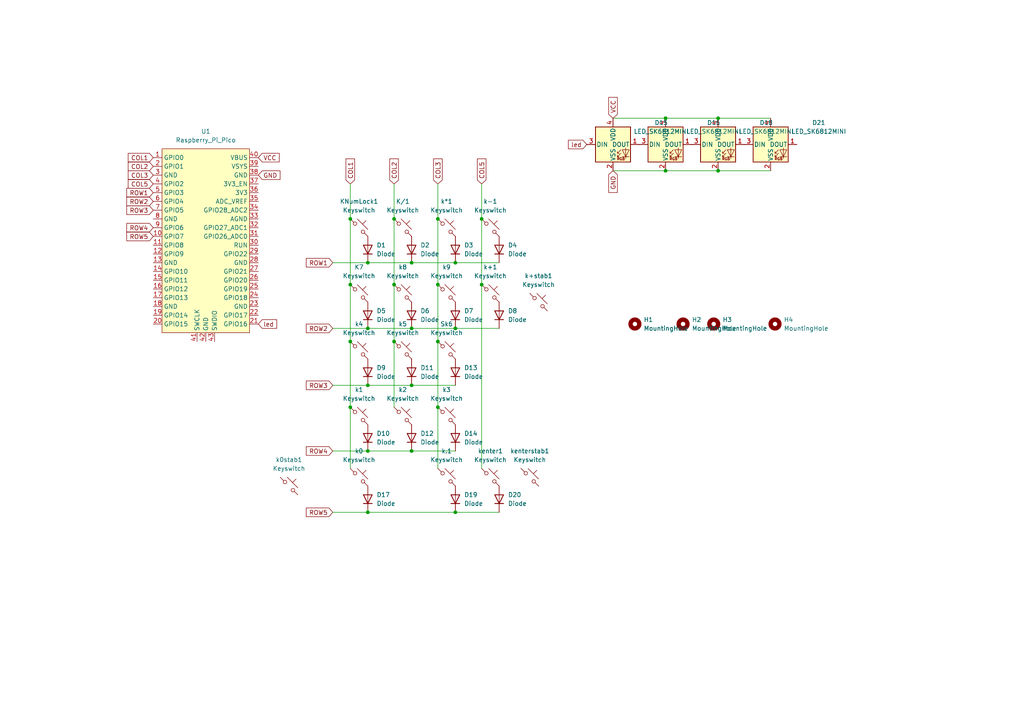
<source format=kicad_sch>
(kicad_sch (version 20231120) (generator "eeschema") (generator_version "8.0")
  (paper "A4")
  (lib_symbols
    (symbol "Mechanical:MountingHole" (pin_names (offset 1.016)) (exclude_from_sim yes) (in_bom no)
      (property "Reference" "H" (at 0 5.08 0))
      (property "Value" "MountingHole" (at 0 3.175 0))
      (symbol "MountingHole_0_1"
        (circle (center 0 0) (radius 1.27) (stroke (width 1.27)))
      )
    )
    (symbol "ScottoKeebs:LED_SK6812MINI" (pin_names (offset 0.254))
      (property "Reference" "D" (at 5.08 5.715 0))
      (property "Value" "LED_SK6812MINI" (at 1.27 -5.715 0))
      (symbol "LED_SK6812MINI_0_0"
        (text "RGB" (at 2.286 -4.191 0) (effects (font (size 0.762 0.762))))
      )
      (symbol "LED_SK6812MINI_0_1"
        (polyline (pts (xy 1.27 -3.556) (xy 1.778 -3.556)))
        (polyline (pts (xy 1.27 -2.54) (xy 1.778 -2.54)))
        (polyline (pts (xy 4.699 -3.556) (xy 2.667 -3.556)))
        (polyline (pts (xy 2.286 -2.54) (xy 1.27 -3.556) (xy 1.27 -3.048)))
        (polyline (pts (xy 2.286 -1.524) (xy 1.27 -2.54) (xy 1.27 -2.032)))
        (polyline (pts (xy 3.683 -1.016) (xy 3.683 -3.556) (xy 3.683 -4.064)))
        (polyline (pts (xy 4.699 -1.524) (xy 2.667 -1.524) (xy 3.683 -3.556) (xy 4.699 -1.524)))
        (rectangle (start 5.08 5.08) (end -5.08 -5.08) (stroke (width 0.254)) (fill (type background)))
      )
      (symbol "LED_SK6812MINI_1_1"
        (pin output line (at 7.62 0 180) (length 2.54) (name "DOUT") (number "1"))
        (pin power_in line (at 0 -7.62 90) (length 2.54) (name "VSS") (number "2"))
        (pin input line (at -7.62 0 0) (length 2.54) (name "DIN") (number "3"))
        (pin power_in line (at 0 7.62 270) (length 2.54) (name "VDD") (number "4"))
      )
    )
    (symbol "ScottoKeebs:MCU_Raspberry_Pi_Pico"
      (property "Reference" "U" (at 0 0 0))
      (property "Value" "Raspberry_Pi_Pico" (at 0 27.94 0))
      (symbol "MCU_Raspberry_Pi_Pico_0_1"
        (rectangle (start -12.7 26.67) (end 12.7 -26.67) (fill (type background)))
      )
      (symbol "MCU_Raspberry_Pi_Pico_1_1"
        (pin bidirectional line (at -15.24 24.13 0) (length 2.54) (name "GPIO0") (number "1"))
        (pin bidirectional line (at -15.24 1.27 0) (length 2.54) (name "GPIO7") (number "10"))
        (pin bidirectional line (at -15.24 -1.27 0) (length 2.54) (name "GPIO8") (number "11"))
        (pin bidirectional line (at -15.24 -3.81 0) (length 2.54) (name "GPIO9") (number "12"))
        (pin power_in line (at -15.24 -6.35 0) (length 2.54) (name "GND") (number "13"))
        (pin bidirectional line (at -15.24 -8.89 0) (length 2.54) (name "GPIO10") (number "14"))
        (pin bidirectional line (at -15.24 -11.43 0) (length 2.54) (name "GPIO11") (number "15"))
        (pin bidirectional line (at -15.24 -13.97 0) (length 2.54) (name "GPIO12") (number "16"))
        (pin bidirectional line (at -15.24 -16.51 0) (length 2.54) (name "GPIO13") (number "17"))
        (pin power_in line (at -15.24 -19.05 0) (length 2.54) (name "GND") (number "18"))
        (pin bidirectional line (at -15.24 -21.59 0) (length 2.54) (name "GPIO14") (number "19"))
        (pin bidirectional line (at -15.24 21.59 0) (length 2.54) (name "GPIO1") (number "2"))
        (pin bidirectional line (at -15.24 -24.13 0) (length 2.54) (name "GPIO15") (number "20"))
        (pin bidirectional line (at 15.24 -24.13 180) (length 2.54) (name "GPIO16") (number "21"))
        (pin bidirectional line (at 15.24 -21.59 180) (length 2.54) (name "GPIO17") (number "22"))
        (pin power_in line (at 15.24 -19.05 180) (length 2.54) (name "GND") (number "23"))
        (pin bidirectional line (at 15.24 -16.51 180) (length 2.54) (name "GPIO18") (number "24"))
        (pin bidirectional line (at 15.24 -13.97 180) (length 2.54) (name "GPIO19") (number "25"))
        (pin bidirectional line (at 15.24 -11.43 180) (length 2.54) (name "GPIO20") (number "26"))
        (pin bidirectional line (at 15.24 -8.89 180) (length 2.54) (name "GPIO21") (number "27"))
        (pin power_in line (at 15.24 -6.35 180) (length 2.54) (name "GND") (number "28"))
        (pin bidirectional line (at 15.24 -3.81 180) (length 2.54) (name "GPIO22") (number "29"))
        (pin power_in line (at -15.24 19.05 0) (length 2.54) (name "GND") (number "3"))
        (pin input line (at 15.24 -1.27 180) (length 2.54) (name "RUN") (number "30"))
        (pin bidirectional line (at 15.24 1.27 180) (length 2.54) (name "GPIO26_ADC0") (number "31"))
        (pin bidirectional line (at 15.24 3.81 180) (length 2.54) (name "GPIO27_ADC1") (number "32"))
        (pin power_in line (at 15.24 6.35 180) (length 2.54) (name "AGND") (number "33"))
        (pin bidirectional line (at 15.24 8.89 180) (length 2.54) (name "GPIO28_ADC2") (number "34"))
        (pin power_in line (at 15.24 11.43 180) (length 2.54) (name "ADC_VREF") (number "35"))
        (pin power_in line (at 15.24 13.97 180) (length 2.54) (name "3V3") (number "36"))
        (pin input line (at 15.24 16.51 180) (length 2.54) (name "3V3_EN") (number "37"))
        (pin bidirectional line (at 15.24 19.05 180) (length 2.54) (name "GND") (number "38"))
        (pin power_in line (at 15.24 21.59 180) (length 2.54) (name "VSYS") (number "39"))
        (pin bidirectional line (at -15.24 16.51 0) (length 2.54) (name "GPIO2") (number "4"))
        (pin power_in line (at 15.24 24.13 180) (length 2.54) (name "VBUS") (number "40"))
        (pin input line (at -2.54 -29.21 90) (length 2.54) (name "SWCLK") (number "41"))
        (pin power_in line (at 0 -29.21 90) (length 2.54) (name "GND") (number "42"))
        (pin bidirectional line (at 2.54 -29.21 90) (length 2.54) (name "SWDIO") (number "43"))
        (pin bidirectional line (at -15.24 13.97 0) (length 2.54) (name "GPIO3") (number "5"))
        (pin bidirectional line (at -15.24 11.43 0) (length 2.54) (name "GPIO4") (number "6"))
        (pin bidirectional line (at -15.24 8.89 0) (length 2.54) (name "GPIO5") (number "7"))
        (pin power_in line (at -15.24 6.35 0) (length 2.54) (name "GND") (number "8"))
        (pin bidirectional line (at -15.24 3.81 0) (length 2.54) (name "GPIO6") (number "9"))
      )
    )
    (symbol "ScottoKeebs:Placeholder_Diode" (pin_numbers hide) (pin_names hide)
      (property "Reference" "D" (at 0 2.54 0))
      (property "Value" "Diode" (at 0 -2.54 0))
      (symbol "Placeholder_Diode_0_1"
        (polyline (pts (xy -1.27 1.27) (xy -1.27 -1.27)) (stroke (width 0.254)))
        (polyline (pts (xy 1.27 0) (xy -1.27 0)))
        (polyline (pts (xy 1.27 1.27) (xy 1.27 -1.27) (xy -1.27 0) (xy 1.27 1.27)) (stroke (width 0.254)))
      )
      (symbol "Placeholder_Diode_1_1"
        (pin passive line (at -3.81 0 0) (length 2.54) (name "K") (number "1"))
        (pin passive line (at 3.81 0 180) (length 2.54) (name "A") (number "2"))
      )
    )
    (symbol "ScottoKeebs:Placeholder_Keyswitch" (pin_numbers hide) (pin_names (offset 1.016) hide)
      (property "Reference" "S" (at 3.048 1.016 0))
      (property "Value" "Keyswitch" (at 0 -3.81 0))
      (symbol "Placeholder_Keyswitch_0_1"
        (circle (center -1.1684 1.1684) (radius 0.508))
        (polyline (pts (xy -0.508 2.54) (xy 2.54 -0.508)))
        (polyline (pts (xy 1.016 1.016) (xy 2.032 2.032)))
        (polyline (pts (xy -2.54 2.54) (xy -1.524 1.524) (xy -1.524 1.524)))
        (polyline (pts (xy 1.524 -1.524) (xy 2.54 -2.54) (xy 2.54 -2.54) (xy 2.54 -2.54)))
        (circle (center 1.143 -1.1938) (radius 0.508))
        (pin passive line (at -2.54 2.54 0) (length 0) (name "1") (number "1"))
        (pin passive line (at 2.54 -2.54 180) (length 0) (name "2") (number "2"))
      )
    )
  )
  (junction (at 119.38 95.25))
  (junction (at 106.68 111.76))
  (junction (at 106.68 76.2))
  (junction (at 132.08 148.59))
  (junction (at 119.38 76.2))
  (junction (at 114.3 99.06))
  (junction (at 101.6 63.5))
  (junction (at 106.68 95.25))
  (junction (at 114.3 82.55))
  (junction (at 127 118.11))
  (junction (at 127 82.55))
  (junction (at 132.08 95.25))
  (junction (at 139.7 63.5))
  (junction (at 127 99.06))
  (junction (at 193.04 49.53))
  (junction (at 114.3 63.5))
  (junction (at 208.28 34.29))
  (junction (at 106.68 148.59))
  (junction (at 119.38 111.76))
  (junction (at 101.6 118.11))
  (junction (at 208.28 49.53))
  (junction (at 106.68 130.81))
  (junction (at 139.7 82.55))
  (junction (at 127 63.5))
  (junction (at 101.6 99.06))
  (junction (at 119.38 130.81))
  (junction (at 101.6 82.55))
  (junction (at 132.08 76.2))
  (junction (at 193.04 34.29))
  (wire (pts (xy 193.04 34.29) (xy 208.28 34.29)))
  (wire (pts (xy 101.6 82.55) (xy 101.6 99.06)))
  (wire (pts (xy 139.7 53.34) (xy 139.7 63.5)))
  (wire (pts (xy 106.68 76.2) (xy 119.38 76.2)))
  (wire (pts (xy 96.52 95.25) (xy 106.68 95.25)))
  (wire (pts (xy 106.68 95.25) (xy 119.38 95.25)))
  (wire (pts (xy 106.68 111.76) (xy 119.38 111.76)))
  (wire (pts (xy 208.28 34.29) (xy 223.52 34.29)))
  (wire (pts (xy 127 53.34) (xy 127 63.5)))
  (wire (pts (xy 114.3 82.55) (xy 114.3 99.06)))
  (wire (pts (xy 96.52 111.76) (xy 106.68 111.76)))
  (wire (pts (xy 139.7 82.55) (xy 139.7 135.89)))
  (wire (pts (xy 101.6 118.11) (xy 101.6 135.89)))
  (wire (pts (xy 132.08 95.25) (xy 144.78 95.25)))
  (wire (pts (xy 114.3 53.34) (xy 114.3 63.5)))
  (wire (pts (xy 101.6 99.06) (xy 101.6 118.11)))
  (wire (pts (xy 96.52 148.59) (xy 106.68 148.59)))
  (wire (pts (xy 96.52 130.81) (xy 106.68 130.81)))
  (wire (pts (xy 119.38 130.81) (xy 132.08 130.81)))
  (wire (pts (xy 127 63.5) (xy 127 82.55)))
  (wire (pts (xy 127 118.11) (xy 127 135.89)))
  (wire (pts (xy 106.68 148.59) (xy 132.08 148.59)))
  (wire (pts (xy 119.38 95.25) (xy 132.08 95.25)))
  (wire (pts (xy 114.3 63.5) (xy 114.3 82.55)))
  (wire (pts (xy 208.28 49.53) (xy 223.52 49.53)))
  (wire (pts (xy 127 82.55) (xy 127 99.06)))
  (wire (pts (xy 114.3 99.06) (xy 114.3 118.11)))
  (wire (pts (xy 119.38 111.76) (xy 132.08 111.76)))
  (wire (pts (xy 101.6 53.34) (xy 101.6 63.5)))
  (wire (pts (xy 106.68 130.81) (xy 119.38 130.81)))
  (wire (pts (xy 177.8 34.29) (xy 193.04 34.29)))
  (wire (pts (xy 193.04 49.53) (xy 208.28 49.53)))
  (wire (pts (xy 132.08 148.59) (xy 144.78 148.59)))
  (wire (pts (xy 96.52 76.2) (xy 106.68 76.2)))
  (wire (pts (xy 101.6 63.5) (xy 101.6 82.55)))
  (wire (pts (xy 127 99.06) (xy 127 118.11)))
  (wire (pts (xy 132.08 76.2) (xy 144.78 76.2)))
  (wire (pts (xy 119.38 76.2) (xy 132.08 76.2)))
  (wire (pts (xy 139.7 63.5) (xy 139.7 82.55)))
  (wire (pts (xy 177.8 49.53) (xy 193.04 49.53)))
  (global_label "ROW3" (shape input) (at 44.45 60.96 180) (property "Intersheetrefs" "${INTERSHEET_REFS}" (effects (hide yes))))
  (global_label "COL3" (shape input) (at 127 53.34 90) (property "Intersheetrefs" "${INTERSHEET_REFS}" (effects (hide yes))))
  (global_label "COL2" (shape input) (at 114.3 53.34 90) (property "Intersheetrefs" "${INTERSHEET_REFS}" (effects (hide yes))))
  (global_label "ROW4" (shape input) (at 44.45 66.04 180) (property "Intersheetrefs" "${INTERSHEET_REFS}" (effects (hide yes))))
  (global_label "ROW5" (shape input) (at 44.45 68.58 180) (property "Intersheetrefs" "${INTERSHEET_REFS}" (effects (hide yes))))
  (global_label "VCC" (shape input) (at 177.8 34.29 90) (property "Intersheetrefs" "${INTERSHEET_REFS}" (effects (hide yes))))
  (global_label "VCC" (shape input) (at 74.93 45.72 0) (property "Intersheetrefs" "${INTERSHEET_REFS}" (effects (hide yes))))
  (global_label "ROW4" (shape input) (at 96.52 130.81 180) (property "Intersheetrefs" "${INTERSHEET_REFS}" (effects (hide yes))))
  (global_label "led" (shape input) (at 74.93 93.98 0) (property "Intersheetrefs" "${INTERSHEET_REFS}" (effects (hide yes))))
  (global_label "ROW2" (shape input) (at 96.52 95.25 180) (property "Intersheetrefs" "${INTERSHEET_REFS}" (effects (hide yes))))
  (global_label "led" (shape input) (at 170.18 41.91 180) (property "Intersheetrefs" "${INTERSHEET_REFS}" (effects (hide yes))))
  (global_label "COL1" (shape input) (at 101.6 53.34 90) (property "Intersheetrefs" "${INTERSHEET_REFS}" (effects (hide yes))))
  (global_label "ROW3" (shape input) (at 96.52 111.76 180) (property "Intersheetrefs" "${INTERSHEET_REFS}" (effects (hide yes))))
  (global_label "COL5" (shape input) (at 44.45 53.34 180) (property "Intersheetrefs" "${INTERSHEET_REFS}" (effects (hide yes))))
  (global_label "COL2" (shape input) (at 44.45 48.26 180) (property "Intersheetrefs" "${INTERSHEET_REFS}" (effects (hide yes))))
  (global_label "COL1" (shape input) (at 44.45 45.72 180) (property "Intersheetrefs" "${INTERSHEET_REFS}" (effects (hide yes))))
  (global_label "ROW1" (shape input) (at 44.45 55.88 180) (property "Intersheetrefs" "${INTERSHEET_REFS}" (effects (hide yes))))
  (global_label "COL5" (shape input) (at 139.7 53.34 90) (property "Intersheetrefs" "${INTERSHEET_REFS}" (effects (hide yes))))
  (global_label "ROW5" (shape input) (at 96.52 148.59 180) (property "Intersheetrefs" "${INTERSHEET_REFS}" (effects (hide yes))))
  (global_label "ROW2" (shape input) (at 44.45 58.42 180) (property "Intersheetrefs" "${INTERSHEET_REFS}" (effects (hide yes))))
  (global_label "COL3" (shape input) (at 44.45 50.8 180) (property "Intersheetrefs" "${INTERSHEET_REFS}" (effects (hide yes))))
  (global_label "ROW1" (shape input) (at 96.52 76.2 180) (property "Intersheetrefs" "${INTERSHEET_REFS}" (effects (hide yes))))
  (global_label "GND" (shape input) (at 74.93 50.8 0) (property "Intersheetrefs" "${INTERSHEET_REFS}" (effects (hide yes))))
  (global_label "GND" (shape input) (at 177.8 49.53 270) (property "Intersheetrefs" "${INTERSHEET_REFS}" (effects (hide yes))))
  (symbol (lib_id "ScottoKeebs:Placeholder_Diode") (at 144.78 72.39 90) (unit 1)
    (property "Reference" "D4" (at 147.32 71.1199 90) (effects (justify right)))
    (property "Value" "Diode" (at 147.32 73.6599 90) (effects (justify right)))
    (property "Footprint" "ScottoKeebs_Components:Diode_DO-35" (effects (hide yes)))
    (property "Description" "1N4148 (DO-35) or 1N4148W (SOD-123)" (effects (hide yes)))
    (property "Sim.Device" "D" (effects (hide yes)))
    (property "Sim.Pins" "1=K 2=A" (effects (hide yes)))
  )
  (symbol (lib_id "ScottoKeebs:Placeholder_Diode") (at 132.08 91.44 90) (unit 1)
    (property "Reference" "D7" (at 134.62 90.1699 90) (effects (justify right)))
    (property "Value" "Diode" (at 134.62 92.7099 90) (effects (justify right)))
    (property "Footprint" "ScottoKeebs_Components:Diode_DO-35" (effects (hide yes)))
    (property "Description" "1N4148 (DO-35) or 1N4148W (SOD-123)" (effects (hide yes)))
    (property "Sim.Device" "D" (effects (hide yes)))
    (property "Sim.Pins" "1=K 2=A" (effects (hide yes)))
  )
  (symbol (lib_id "Mechanical:MountingHole") (at 224.79 93.98 0) (unit 1) (exclude_from_sim yes) (in_bom no)
    (property "Reference" "H4" (at 227.33 92.7099 0) (effects (justify left)))
    (property "Value" "MountingHole" (at 227.33 95.2499 0) (effects (justify left)))
    (property "Footprint" "MountingHole:MountingHole_2.2mm_M2" (effects (hide yes)))
    (property "Description" "Mounting Hole without connection" (effects (hide yes)))
  )
  (symbol (lib_id "ScottoKeebs:Placeholder_Keyswitch") (at 116.84 101.6 0) (unit 1)
    (property "Reference" "k5" (at 116.84 93.98 0))
    (property "Value" "Keyswitch" (at 116.84 96.52 0))
    (property "Footprint" "ScottoKeebs_MX:MX_PCB_1.00u" (effects (hide yes)))
    (property "Description" "Push button switch, normally open, two pins, 45° tilted" (effects (hide yes)))
  )
  (symbol (lib_id "ScottoKeebs:LED_SK6812MINI") (at 193.04 41.91 0) (unit 1)
    (property "Reference" "D16" (at 207.01 35.5914 0))
    (property "Value" "LED_SK6812MINI" (at 207.01 38.1314 0))
    (property "Footprint" "ScottoKeebs_Components:LED_SK6812MINI" (effects (hide yes)))
    (property "Datasheet" "https://cdn-shop.adafruit.com/product-files/2686/SK6812MINI_REV.01-1-2.pdf" (effects (hide yes)))
    (property "Description" "RGB LED with integrated controller" (effects (hide yes)))
  )
  (symbol (lib_id "ScottoKeebs:Placeholder_Keyswitch") (at 104.14 138.43 0) (unit 1)
    (property "Reference" "k0" (at 104.14 130.81 0))
    (property "Value" "Keyswitch" (at 104.14 133.35 0))
    (property "Footprint" "ScottoKeebs_MX:MX_PCB_2.00u" (effects (hide yes)))
    (property "Description" "Push button switch, normally open, two pins, 45° tilted" (effects (hide yes)))
  )
  (symbol (lib_id "ScottoKeebs:Placeholder_Keyswitch") (at 142.24 66.04 0) (unit 1)
    (property "Reference" "k-1" (at 142.24 58.42 0))
    (property "Value" "Keyswitch" (at 142.24 60.96 0))
    (property "Footprint" "ScottoKeebs_MX:MX_PCB_1.00u" (effects (hide yes)))
    (property "Description" "Push button switch, normally open, two pins, 45° tilted" (effects (hide yes)))
  )
  (symbol (lib_id "ScottoKeebs:Placeholder_Keyswitch") (at 129.54 66.04 0) (unit 1)
    (property "Reference" "k*1" (at 129.54 58.42 0))
    (property "Value" "Keyswitch" (at 129.54 60.96 0))
    (property "Footprint" "ScottoKeebs_MX:MX_PCB_1.00u" (effects (hide yes)))
    (property "Description" "Push button switch, normally open, two pins, 45° tilted" (effects (hide yes)))
  )
  (symbol (lib_id "ScottoKeebs:LED_SK6812MINI") (at 223.52 41.91 0) (unit 1)
    (property "Reference" "D21" (at 237.49 35.5914 0))
    (property "Value" "LED_SK6812MINI" (at 237.49 38.1314 0))
    (property "Footprint" "ScottoKeebs_Components:LED_SK6812MINI" (effects (hide yes)))
    (property "Datasheet" "https://cdn-shop.adafruit.com/product-files/2686/SK6812MINI_REV.01-1-2.pdf" (effects (hide yes)))
    (property "Description" "RGB LED with integrated controller" (effects (hide yes)))
  )
  (symbol (lib_id "ScottoKeebs:Placeholder_Diode") (at 106.68 91.44 90) (unit 1)
    (property "Reference" "D5" (at 109.22 90.1699 90) (effects (justify right)))
    (property "Value" "Diode" (at 109.22 92.7099 90) (effects (justify right)))
    (property "Footprint" "ScottoKeebs_Components:Diode_DO-35" (effects (hide yes)))
    (property "Description" "1N4148 (DO-35) or 1N4148W (SOD-123)" (effects (hide yes)))
    (property "Sim.Device" "D" (effects (hide yes)))
    (property "Sim.Pins" "1=K 2=A" (effects (hide yes)))
  )
  (symbol (lib_id "ScottoKeebs:Placeholder_Diode") (at 119.38 72.39 90) (unit 1)
    (property "Reference" "D2" (at 121.92 71.1199 90) (effects (justify right)))
    (property "Value" "Diode" (at 121.92 73.6599 90) (effects (justify right)))
    (property "Footprint" "ScottoKeebs_Components:Diode_DO-35" (effects (hide yes)))
    (property "Description" "1N4148 (DO-35) or 1N4148W (SOD-123)" (effects (hide yes)))
    (property "Sim.Device" "D" (effects (hide yes)))
    (property "Sim.Pins" "1=K 2=A" (effects (hide yes)))
  )
  (symbol (lib_id "ScottoKeebs:Placeholder_Diode") (at 132.08 127 90) (unit 1)
    (property "Reference" "D14" (at 134.62 125.7299 90) (effects (justify right)))
    (property "Value" "Diode" (at 134.62 128.2699 90) (effects (justify right)))
    (property "Footprint" "ScottoKeebs_Components:Diode_DO-35" (effects (hide yes)))
    (property "Description" "1N4148 (DO-35) or 1N4148W (SOD-123)" (effects (hide yes)))
    (property "Sim.Device" "D" (effects (hide yes)))
    (property "Sim.Pins" "1=K 2=A" (effects (hide yes)))
  )
  (symbol (lib_id "ScottoKeebs:Placeholder_Keyswitch") (at 129.54 138.43 0) (unit 1)
    (property "Reference" "k.1" (at 129.54 130.81 0))
    (property "Value" "Keyswitch" (at 129.54 133.35 0))
    (property "Footprint" "ScottoKeebs_MX:MX_PCB_1.00u" (effects (hide yes)))
    (property "Description" "Push button switch, normally open, two pins, 45° tilted" (effects (hide yes)))
  )
  (symbol (lib_id "ScottoKeebs:Placeholder_Diode") (at 132.08 107.95 90) (unit 1)
    (property "Reference" "D13" (at 134.62 106.6799 90) (effects (justify right)))
    (property "Value" "Diode" (at 134.62 109.2199 90) (effects (justify right)))
    (property "Footprint" "ScottoKeebs_Components:Diode_DO-35" (effects (hide yes)))
    (property "Description" "1N4148 (DO-35) or 1N4148W (SOD-123)" (effects (hide yes)))
    (property "Sim.Device" "D" (effects (hide yes)))
    (property "Sim.Pins" "1=K 2=A" (effects (hide yes)))
  )
  (symbol (lib_id "ScottoKeebs:Placeholder_Diode") (at 132.08 72.39 90) (unit 1)
    (property "Reference" "D3" (at 134.62 71.1199 90) (effects (justify right)))
    (property "Value" "Diode" (at 134.62 73.6599 90) (effects (justify right)))
    (property "Footprint" "ScottoKeebs_Components:Diode_DO-35" (effects (hide yes)))
    (property "Description" "1N4148 (DO-35) or 1N4148W (SOD-123)" (effects (hide yes)))
    (property "Sim.Device" "D" (effects (hide yes)))
    (property "Sim.Pins" "1=K 2=A" (effects (hide yes)))
  )
  (symbol (lib_id "ScottoKeebs:Placeholder_Keyswitch") (at 116.84 66.04 0) (unit 1)
    (property "Reference" "K/1" (at 116.84 58.42 0))
    (property "Value" "Keyswitch" (at 116.84 60.96 0))
    (property "Footprint" "ScottoKeebs_MX:MX_PCB_1.00u" (effects (hide yes)))
    (property "Description" "Push button switch, normally open, two pins, 45° tilted" (effects (hide yes)))
  )
  (symbol (lib_id "ScottoKeebs:Placeholder_Diode") (at 106.68 144.78 90) (unit 1)
    (property "Reference" "D17" (at 109.22 143.5099 90) (effects (justify right)))
    (property "Value" "Diode" (at 109.22 146.0499 90) (effects (justify right)))
    (property "Footprint" "ScottoKeebs_Components:Diode_DO-35" (effects (hide yes)))
    (property "Description" "1N4148 (DO-35) or 1N4148W (SOD-123)" (effects (hide yes)))
    (property "Sim.Device" "D" (effects (hide yes)))
    (property "Sim.Pins" "1=K 2=A" (effects (hide yes)))
  )
  (symbol (lib_id "ScottoKeebs:Placeholder_Keyswitch") (at 142.24 138.43 0) (unit 1)
    (property "Reference" "kenter1" (at 142.24 130.81 0))
    (property "Value" "Keyswitch" (at 142.24 133.35 0))
    (property "Footprint" "ScottoKeebs_MX:MX_PCB_2.00u_90deg" (effects (hide yes)))
    (property "Description" "Push button switch, normally open, two pins, 45° tilted" (effects (hide yes)))
  )
  (symbol (lib_id "ScottoKeebs:Placeholder_Keyswitch") (at 156.21 87.63 0) (unit 1)
    (property "Reference" "k+stab1" (at 156.21 80.01 0))
    (property "Value" "Keyswitch" (at 156.21 82.55 0))
    (property "Footprint" "ScottoKeebs_Stabilizer:Stabilizer_MX_2.00u" (effects (hide yes)))
    (property "Description" "Push button switch, normally open, two pins, 45° tilted" (effects (hide yes)))
  )
  (symbol (lib_id "ScottoKeebs:Placeholder_Diode") (at 132.08 144.78 90) (unit 1)
    (property "Reference" "D19" (at 134.62 143.5099 90) (effects (justify right)))
    (property "Value" "Diode" (at 134.62 146.0499 90) (effects (justify right)))
    (property "Footprint" "ScottoKeebs_Components:Diode_DO-35" (effects (hide yes)))
    (property "Description" "1N4148 (DO-35) or 1N4148W (SOD-123)" (effects (hide yes)))
    (property "Sim.Device" "D" (effects (hide yes)))
    (property "Sim.Pins" "1=K 2=A" (effects (hide yes)))
  )
  (symbol (lib_id "ScottoKeebs:Placeholder_Keyswitch") (at 116.84 85.09 0) (unit 1)
    (property "Reference" "k8" (at 116.84 77.47 0))
    (property "Value" "Keyswitch" (at 116.84 80.01 0))
    (property "Footprint" "ScottoKeebs_MX:MX_PCB_1.00u" (effects (hide yes)))
    (property "Description" "Push button switch, normally open, two pins, 45° tilted" (effects (hide yes)))
  )
  (symbol (lib_id "ScottoKeebs:Placeholder_Keyswitch") (at 153.67 138.43 0) (unit 1)
    (property "Reference" "kenterstab1" (at 153.67 130.81 0))
    (property "Value" "Keyswitch" (at 153.67 133.35 0))
    (property "Footprint" "ScottoKeebs_Stabilizer:Stabilizer_MX_2.00u" (effects (hide yes)))
    (property "Description" "Push button switch, normally open, two pins, 45° tilted" (effects (hide yes)))
  )
  (symbol (lib_id "Mechanical:MountingHole") (at 207.01 93.98 0) (unit 1) (exclude_from_sim yes) (in_bom no)
    (property "Reference" "H3" (at 209.55 92.7099 0) (effects (justify left)))
    (property "Value" "MountingHole" (at 209.55 95.2499 0) (effects (justify left)))
    (property "Footprint" "MountingHole:MountingHole_2.2mm_M2" (effects (hide yes)))
    (property "Description" "Mounting Hole without connection" (effects (hide yes)))
  )
  (symbol (lib_id "ScottoKeebs:Placeholder_Keyswitch") (at 129.54 101.6 0) (unit 1)
    (property "Reference" "Sk6" (at 129.54 93.98 0))
    (property "Value" "Keyswitch" (at 129.54 96.52 0))
    (property "Footprint" "ScottoKeebs_MX:MX_PCB_1.00u" (effects (hide yes)))
    (property "Description" "Push button switch, normally open, two pins, 45° tilted" (effects (hide yes)))
  )
  (symbol (lib_id "ScottoKeebs:Placeholder_Keyswitch") (at 104.14 101.6 0) (unit 1)
    (property "Reference" "k4" (at 104.14 93.98 0))
    (property "Value" "Keyswitch" (at 104.14 96.52 0))
    (property "Footprint" "ScottoKeebs_MX:MX_PCB_1.00u" (effects (hide yes)))
    (property "Description" "Push button switch, normally open, two pins, 45° tilted" (effects (hide yes)))
  )
  (symbol (lib_id "ScottoKeebs:Placeholder_Diode") (at 119.38 127 90) (unit 1)
    (property "Reference" "D12" (at 121.92 125.7299 90) (effects (justify right)))
    (property "Value" "Diode" (at 121.92 128.2699 90) (effects (justify right)))
    (property "Footprint" "ScottoKeebs_Components:Diode_DO-35" (effects (hide yes)))
    (property "Description" "1N4148 (DO-35) or 1N4148W (SOD-123)" (effects (hide yes)))
    (property "Sim.Device" "D" (effects (hide yes)))
    (property "Sim.Pins" "1=K 2=A" (effects (hide yes)))
  )
  (symbol (lib_id "ScottoKeebs:Placeholder_Keyswitch") (at 116.84 120.65 0) (unit 1)
    (property "Reference" "k2" (at 116.84 113.03 0))
    (property "Value" "Keyswitch" (at 116.84 115.57 0))
    (property "Footprint" "ScottoKeebs_MX:MX_PCB_1.00u" (effects (hide yes)))
    (property "Description" "Push button switch, normally open, two pins, 45° tilted" (effects (hide yes)))
  )
  (symbol (lib_id "ScottoKeebs:Placeholder_Keyswitch") (at 83.82 140.97 0) (unit 1)
    (property "Reference" "k0stab1" (at 83.82 133.35 0))
    (property "Value" "Keyswitch" (at 83.82 135.89 0))
    (property "Footprint" "ScottoKeebs_Stabilizer:Stabilizer_MX_2.00u" (effects (hide yes)))
    (property "Description" "Push button switch, normally open, two pins, 45° tilted" (effects (hide yes)))
  )
  (symbol (lib_id "ScottoKeebs:Placeholder_Keyswitch") (at 104.14 85.09 0) (unit 1)
    (property "Reference" "K7" (at 104.14 77.47 0))
    (property "Value" "Keyswitch" (at 104.14 80.01 0))
    (property "Footprint" "ScottoKeebs_MX:MX_PCB_1.00u" (effects (hide yes)))
    (property "Description" "Push button switch, normally open, two pins, 45° tilted" (effects (hide yes)))
  )
  (symbol (lib_id "ScottoKeebs:Placeholder_Diode") (at 106.68 107.95 90) (unit 1)
    (property "Reference" "D9" (at 109.22 106.6799 90) (effects (justify right)))
    (property "Value" "Diode" (at 109.22 109.2199 90) (effects (justify right)))
    (property "Footprint" "ScottoKeebs_Components:Diode_DO-35" (effects (hide yes)))
    (property "Description" "1N4148 (DO-35) or 1N4148W (SOD-123)" (effects (hide yes)))
    (property "Sim.Device" "D" (effects (hide yes)))
    (property "Sim.Pins" "1=K 2=A" (effects (hide yes)))
  )
  (symbol (lib_id "ScottoKeebs:Placeholder_Diode") (at 144.78 91.44 90) (unit 1)
    (property "Reference" "D8" (at 147.32 90.1699 90) (effects (justify right)))
    (property "Value" "Diode" (at 147.32 92.7099 90) (effects (justify right)))
    (property "Footprint" "ScottoKeebs_Components:Diode_DO-35" (effects (hide yes)))
    (property "Description" "1N4148 (DO-35) or 1N4148W (SOD-123)" (effects (hide yes)))
    (property "Sim.Device" "D" (effects (hide yes)))
    (property "Sim.Pins" "1=K 2=A" (effects (hide yes)))
  )
  (symbol (lib_id "ScottoKeebs:Placeholder_Diode") (at 106.68 127 90) (unit 1)
    (property "Reference" "D10" (at 109.22 125.7299 90) (effects (justify right)))
    (property "Value" "Diode" (at 109.22 128.2699 90) (effects (justify right)))
    (property "Footprint" "ScottoKeebs_Components:Diode_DO-35" (effects (hide yes)))
    (property "Description" "1N4148 (DO-35) or 1N4148W (SOD-123)" (effects (hide yes)))
    (property "Sim.Device" "D" (effects (hide yes)))
    (property "Sim.Pins" "1=K 2=A" (effects (hide yes)))
  )
  (symbol (lib_id "ScottoKeebs:LED_SK6812MINI") (at 208.28 41.91 0) (unit 1)
    (property "Reference" "D18" (at 222.25 35.5914 0))
    (property "Value" "LED_SK6812MINI" (at 222.25 38.1314 0))
    (property "Footprint" "ScottoKeebs_Components:LED_SK6812MINI" (effects (hide yes)))
    (property "Datasheet" "https://cdn-shop.adafruit.com/product-files/2686/SK6812MINI_REV.01-1-2.pdf" (effects (hide yes)))
    (property "Description" "RGB LED with integrated controller" (effects (hide yes)))
  )
  (symbol (lib_id "ScottoKeebs:Placeholder_Keyswitch") (at 142.24 85.09 0) (unit 1)
    (property "Reference" "k+1" (at 142.24 77.47 0))
    (property "Value" "Keyswitch" (at 142.24 80.01 0))
    (property "Footprint" "ScottoKeebs_MX:MX_PCB_2.00u_90deg" (effects (hide yes)))
    (property "Description" "Push button switch, normally open, two pins, 45° tilted" (effects (hide yes)))
  )
  (symbol (lib_id "ScottoKeebs:Placeholder_Keyswitch") (at 104.14 120.65 0) (unit 1)
    (property "Reference" "k1" (at 104.14 113.03 0))
    (property "Value" "Keyswitch" (at 104.14 115.57 0))
    (property "Footprint" "ScottoKeebs_MX:MX_PCB_1.00u" (effects (hide yes)))
    (property "Description" "Push button switch, normally open, two pins, 45° tilted" (effects (hide yes)))
  )
  (symbol (lib_id "Mechanical:MountingHole") (at 184.15 93.98 0) (unit 1) (exclude_from_sim yes) (in_bom no)
    (property "Reference" "H1" (at 186.69 92.7099 0) (effects (justify left)))
    (property "Value" "MountingHole" (at 186.69 95.2499 0) (effects (justify left)))
    (property "Footprint" "MountingHole:MountingHole_2.2mm_M2" (effects (hide yes)))
    (property "Description" "Mounting Hole without connection" (effects (hide yes)))
  )
  (symbol (lib_id "ScottoKeebs:LED_SK6812MINI") (at 177.8 41.91 0) (unit 1)
    (property "Reference" "D15" (at 191.77 35.5914 0))
    (property "Value" "LED_SK6812MINI" (at 191.77 38.1314 0))
    (property "Footprint" "ScottoKeebs_Components:LED_SK6812MINI" (effects (hide yes)))
    (property "Datasheet" "https://cdn-shop.adafruit.com/product-files/2686/SK6812MINI_REV.01-1-2.pdf" (effects (hide yes)))
    (property "Description" "RGB LED with integrated controller" (effects (hide yes)))
  )
  (symbol (lib_id "Mechanical:MountingHole") (at 198.12 93.98 0) (unit 1) (exclude_from_sim yes) (in_bom no)
    (property "Reference" "H2" (at 200.66 92.7099 0) (effects (justify left)))
    (property "Value" "MountingHole" (at 200.66 95.2499 0) (effects (justify left)))
    (property "Footprint" "MountingHole:MountingHole_2.2mm_M2" (effects (hide yes)))
    (property "Description" "Mounting Hole without connection" (effects (hide yes)))
  )
  (symbol (lib_id "ScottoKeebs:Placeholder_Keyswitch") (at 129.54 120.65 0) (unit 1)
    (property "Reference" "k3" (at 129.54 113.03 0))
    (property "Value" "Keyswitch" (at 129.54 115.57 0))
    (property "Footprint" "ScottoKeebs_MX:MX_PCB_1.00u" (effects (hide yes)))
    (property "Description" "Push button switch, normally open, two pins, 45° tilted" (effects (hide yes)))
  )
  (symbol (lib_id "ScottoKeebs:Placeholder_Keyswitch") (at 104.14 66.04 0) (unit 1)
    (property "Reference" "KNumLock1" (at 104.14 58.42 0))
    (property "Value" "Keyswitch" (at 104.14 60.96 0))
    (property "Footprint" "ScottoKeebs_MX:MX_PCB_1.00u" (effects (hide yes)))
    (property "Description" "Push button switch, normally open, two pins, 45° tilted" (effects (hide yes)))
  )
  (symbol (lib_id "ScottoKeebs:Placeholder_Keyswitch") (at 129.54 85.09 0) (unit 1)
    (property "Reference" "k9" (at 129.54 77.47 0))
    (property "Value" "Keyswitch" (at 129.54 80.01 0))
    (property "Footprint" "ScottoKeebs_MX:MX_PCB_1.00u" (effects (hide yes)))
    (property "Description" "Push button switch, normally open, two pins, 45° tilted" (effects (hide yes)))
  )
  (symbol (lib_id "ScottoKeebs:Placeholder_Diode") (at 119.38 107.95 90) (unit 1)
    (property "Reference" "D11" (at 121.92 106.6799 90) (effects (justify right)))
    (property "Value" "Diode" (at 121.92 109.2199 90) (effects (justify right)))
    (property "Footprint" "ScottoKeebs_Components:Diode_DO-35" (effects (hide yes)))
    (property "Description" "1N4148 (DO-35) or 1N4148W (SOD-123)" (effects (hide yes)))
    (property "Sim.Device" "D" (effects (hide yes)))
    (property "Sim.Pins" "1=K 2=A" (effects (hide yes)))
  )
  (symbol (lib_id "ScottoKeebs:MCU_Raspberry_Pi_Pico") (at 59.69 69.85 0) (unit 1)
    (property "Reference" "U1" (at 59.69 38.1 0))
    (property "Value" "Raspberry_Pi_Pico" (at 59.69 40.64 0))
    (property "Footprint" "ScottoKeebs_MCU:Raspberry_Pi_Pico" (effects (hide yes)))
  )
  (symbol (lib_id "ScottoKeebs:Placeholder_Diode") (at 106.68 72.39 90) (unit 1)
    (property "Reference" "D1" (at 109.22 71.1199 90) (effects (justify right)))
    (property "Value" "Diode" (at 109.22 73.6599 90) (effects (justify right)))
    (property "Footprint" "ScottoKeebs_Components:Diode_DO-35" (effects (hide yes)))
    (property "Description" "1N4148 (DO-35) or 1N4148W (SOD-123)" (effects (hide yes)))
    (property "Sim.Device" "D" (effects (hide yes)))
    (property "Sim.Pins" "1=K 2=A" (effects (hide yes)))
  )
  (symbol (lib_id "ScottoKeebs:Placeholder_Diode") (at 119.38 91.44 90) (unit 1)
    (property "Reference" "D6" (at 121.92 90.1699 90) (effects (justify right)))
    (property "Value" "Diode" (at 121.92 92.7099 90) (effects (justify right)))
    (property "Footprint" "ScottoKeebs_Components:Diode_DO-35" (effects (hide yes)))
    (property "Description" "1N4148 (DO-35) or 1N4148W (SOD-123)" (effects (hide yes)))
    (property "Sim.Device" "D" (effects (hide yes)))
    (property "Sim.Pins" "1=K 2=A" (effects (hide yes)))
  )
  (symbol (lib_id "ScottoKeebs:Placeholder_Diode") (at 144.78 144.78 90) (unit 1)
    (property "Reference" "D20" (at 147.32 143.5099 90) (effects (justify right)))
    (property "Value" "Diode" (at 147.32 146.0499 90) (effects (justify right)))
    (property "Footprint" "ScottoKeebs_Components:Diode_DO-35" (effects (hide yes)))
    (property "Description" "1N4148 (DO-35) or 1N4148W (SOD-123)" (effects (hide yes)))
    (property "Sim.Device" "D" (effects (hide yes)))
    (property "Sim.Pins" "1=K 2=A" (effects (hide yes)))
  )
)
</source>
